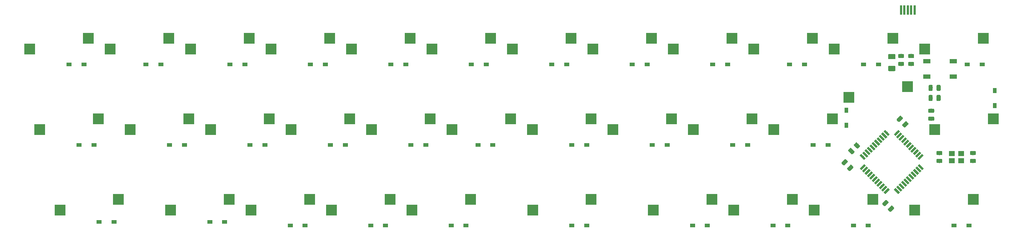
<source format=gbp>
G04 #@! TF.GenerationSoftware,KiCad,Pcbnew,5.1.4+dfsg1-1*
G04 #@! TF.CreationDate,2020-03-31T10:31:59+02:00*
G04 #@! TF.ProjectId,alpha34,616c7068-6133-4342-9e6b-696361645f70,rev?*
G04 #@! TF.SameCoordinates,Original*
G04 #@! TF.FileFunction,Paste,Bot*
G04 #@! TF.FilePolarity,Positive*
%FSLAX46Y46*%
G04 Gerber Fmt 4.6, Leading zero omitted, Abs format (unit mm)*
G04 Created by KiCad (PCBNEW 5.1.4+dfsg1-1) date 2020-03-31 10:31:59*
%MOMM*%
%LPD*%
G04 APERTURE LIST*
%ADD10R,0.500000X2.250000*%
%ADD11R,2.550000X2.500000*%
%ADD12R,1.300000X0.950000*%
%ADD13R,0.950000X1.300000*%
%ADD14R,1.800000X1.100000*%
%ADD15R,1.400000X1.200000*%
%ADD16C,0.550000*%
%ADD17C,0.100000*%
%ADD18C,0.975000*%
%ADD19C,1.250000*%
G04 APERTURE END LIST*
D10*
X245281250Y-74477000D03*
X244481250Y-74477000D03*
X243681250Y-74477000D03*
X242881250Y-74477000D03*
X242081250Y-74477000D03*
D11*
X130591250Y-100171250D03*
X116741250Y-102711250D03*
X259178750Y-119221250D03*
X245328750Y-121761250D03*
X168723000Y-119253000D03*
X154873000Y-121793000D03*
X56772500Y-119221250D03*
X42922500Y-121761250D03*
X52010000Y-100171250D03*
X38160000Y-102711250D03*
X261560000Y-81121250D03*
X247710000Y-83661250D03*
X235366250Y-119221250D03*
X221516250Y-121761250D03*
D12*
X186718750Y-106362500D03*
X183168750Y-106362500D03*
X162906250Y-87312500D03*
X159356250Y-87312500D03*
D11*
X216316250Y-119221250D03*
X202466250Y-121761250D03*
X197266250Y-119221250D03*
X183416250Y-121761250D03*
X140116250Y-119221250D03*
X126266250Y-121761250D03*
X121066250Y-119221250D03*
X107216250Y-121761250D03*
X102016250Y-119221250D03*
X88166250Y-121761250D03*
X82966250Y-119221250D03*
X69116250Y-121761250D03*
X263941250Y-100171250D03*
X250091250Y-102711250D03*
X229771250Y-95091250D03*
X243621250Y-92551250D03*
X225841250Y-100171250D03*
X211991250Y-102711250D03*
X206791250Y-100171250D03*
X192941250Y-102711250D03*
X187741250Y-100171250D03*
X173891250Y-102711250D03*
X168691250Y-100171250D03*
X154841250Y-102711250D03*
X149641250Y-100171250D03*
X135791250Y-102711250D03*
X111541250Y-100171250D03*
X97691250Y-102711250D03*
X92491250Y-100171250D03*
X78641250Y-102711250D03*
X73441250Y-100171250D03*
X59591250Y-102711250D03*
X240128750Y-81121250D03*
X226278750Y-83661250D03*
X221078750Y-81121250D03*
X207228750Y-83661250D03*
X202028750Y-81121250D03*
X188178750Y-83661250D03*
X182978750Y-81121250D03*
X169128750Y-83661250D03*
X163928750Y-81121250D03*
X150078750Y-83661250D03*
X144878750Y-81121250D03*
X131028750Y-83661250D03*
X125828750Y-81121250D03*
X111978750Y-83661250D03*
X106778750Y-81121250D03*
X92928750Y-83661250D03*
X87728750Y-81121250D03*
X73878750Y-83661250D03*
X68678750Y-81121250D03*
X54828750Y-83661250D03*
X49628750Y-81121250D03*
X35778750Y-83661250D03*
D12*
X258156250Y-125412500D03*
X254606250Y-125412500D03*
X234343750Y-125412500D03*
X230793750Y-125412500D03*
X215293750Y-125412500D03*
X211743750Y-125412500D03*
X196243750Y-125412500D03*
X192693750Y-125412500D03*
X167668750Y-125412500D03*
X164118750Y-125412500D03*
X139093750Y-125412500D03*
X135543750Y-125412500D03*
X120043750Y-125412500D03*
X116493750Y-125412500D03*
X100993750Y-125412500D03*
X97443750Y-125412500D03*
X81943750Y-124618750D03*
X78393750Y-124618750D03*
X55750000Y-124618750D03*
X52200000Y-124618750D03*
D13*
X264318750Y-93475000D03*
X264318750Y-97025000D03*
X229108000Y-101724000D03*
X229108000Y-98174000D03*
D12*
X224818750Y-106362500D03*
X221268750Y-106362500D03*
X205768750Y-106362500D03*
X202218750Y-106362500D03*
X167668750Y-106362500D03*
X164118750Y-106362500D03*
X145443750Y-106362500D03*
X141893750Y-106362500D03*
X129568750Y-106362500D03*
X126018750Y-106362500D03*
X110518750Y-106362500D03*
X106968750Y-106362500D03*
X91468750Y-106362500D03*
X87918750Y-106362500D03*
X72418750Y-106362500D03*
X68868750Y-106362500D03*
X50987500Y-106362500D03*
X47437500Y-106362500D03*
X261331250Y-87312500D03*
X257781250Y-87312500D03*
X236725000Y-87312500D03*
X233175000Y-87312500D03*
X219262500Y-87312500D03*
X215712500Y-87312500D03*
X201006250Y-87312500D03*
X197456250Y-87312500D03*
X181956250Y-87312500D03*
X178406250Y-87312500D03*
X143856250Y-87312500D03*
X140306250Y-87312500D03*
X124806250Y-87312500D03*
X121256250Y-87312500D03*
X105756250Y-87312500D03*
X102206250Y-87312500D03*
X86706250Y-87312500D03*
X83156250Y-87312500D03*
X66862500Y-87312500D03*
X63312500Y-87312500D03*
X48606250Y-87312500D03*
X45056250Y-87312500D03*
D14*
X248233000Y-86542000D03*
X254433000Y-90242000D03*
X248233000Y-90242000D03*
X254433000Y-86542000D03*
D15*
X256324986Y-108369312D03*
X254124986Y-108369312D03*
X254124986Y-110069312D03*
X256324986Y-110069312D03*
D16*
X238681733Y-103534073D03*
D17*
G36*
X239406517Y-103869949D02*
G01*
X239017609Y-104258857D01*
X237956949Y-103198197D01*
X238345857Y-102809289D01*
X239406517Y-103869949D01*
X239406517Y-103869949D01*
G37*
D16*
X238116048Y-104099759D03*
D17*
G36*
X238840832Y-104435635D02*
G01*
X238451924Y-104824543D01*
X237391264Y-103763883D01*
X237780172Y-103374975D01*
X238840832Y-104435635D01*
X238840832Y-104435635D01*
G37*
D16*
X237550363Y-104665444D03*
D17*
G36*
X238275147Y-105001320D02*
G01*
X237886239Y-105390228D01*
X236825579Y-104329568D01*
X237214487Y-103940660D01*
X238275147Y-105001320D01*
X238275147Y-105001320D01*
G37*
D16*
X236984677Y-105231129D03*
D17*
G36*
X237709461Y-105567005D02*
G01*
X237320553Y-105955913D01*
X236259893Y-104895253D01*
X236648801Y-104506345D01*
X237709461Y-105567005D01*
X237709461Y-105567005D01*
G37*
D16*
X236418992Y-105796815D03*
D17*
G36*
X237143776Y-106132691D02*
G01*
X236754868Y-106521599D01*
X235694208Y-105460939D01*
X236083116Y-105072031D01*
X237143776Y-106132691D01*
X237143776Y-106132691D01*
G37*
D16*
X235853306Y-106362500D03*
D17*
G36*
X236578090Y-106698376D02*
G01*
X236189182Y-107087284D01*
X235128522Y-106026624D01*
X235517430Y-105637716D01*
X236578090Y-106698376D01*
X236578090Y-106698376D01*
G37*
D16*
X235287621Y-106928186D03*
D17*
G36*
X236012405Y-107264062D02*
G01*
X235623497Y-107652970D01*
X234562837Y-106592310D01*
X234951745Y-106203402D01*
X236012405Y-107264062D01*
X236012405Y-107264062D01*
G37*
D16*
X234721935Y-107493871D03*
D17*
G36*
X235446719Y-107829747D02*
G01*
X235057811Y-108218655D01*
X233997151Y-107157995D01*
X234386059Y-106769087D01*
X235446719Y-107829747D01*
X235446719Y-107829747D01*
G37*
D16*
X234156250Y-108059557D03*
D17*
G36*
X234881034Y-108395433D02*
G01*
X234492126Y-108784341D01*
X233431466Y-107723681D01*
X233820374Y-107334773D01*
X234881034Y-108395433D01*
X234881034Y-108395433D01*
G37*
D16*
X233590565Y-108625242D03*
D17*
G36*
X234315349Y-108961118D02*
G01*
X233926441Y-109350026D01*
X232865781Y-108289366D01*
X233254689Y-107900458D01*
X234315349Y-108961118D01*
X234315349Y-108961118D01*
G37*
D16*
X233024879Y-109190927D03*
D17*
G36*
X233749663Y-109526803D02*
G01*
X233360755Y-109915711D01*
X232300095Y-108855051D01*
X232689003Y-108466143D01*
X233749663Y-109526803D01*
X233749663Y-109526803D01*
G37*
D16*
X233024879Y-111595091D03*
D17*
G36*
X233360755Y-110870307D02*
G01*
X233749663Y-111259215D01*
X232689003Y-112319875D01*
X232300095Y-111930967D01*
X233360755Y-110870307D01*
X233360755Y-110870307D01*
G37*
D16*
X233590565Y-112160776D03*
D17*
G36*
X233926441Y-111435992D02*
G01*
X234315349Y-111824900D01*
X233254689Y-112885560D01*
X232865781Y-112496652D01*
X233926441Y-111435992D01*
X233926441Y-111435992D01*
G37*
D16*
X234156250Y-112726461D03*
D17*
G36*
X234492126Y-112001677D02*
G01*
X234881034Y-112390585D01*
X233820374Y-113451245D01*
X233431466Y-113062337D01*
X234492126Y-112001677D01*
X234492126Y-112001677D01*
G37*
D16*
X234721935Y-113292147D03*
D17*
G36*
X235057811Y-112567363D02*
G01*
X235446719Y-112956271D01*
X234386059Y-114016931D01*
X233997151Y-113628023D01*
X235057811Y-112567363D01*
X235057811Y-112567363D01*
G37*
D16*
X235287621Y-113857832D03*
D17*
G36*
X235623497Y-113133048D02*
G01*
X236012405Y-113521956D01*
X234951745Y-114582616D01*
X234562837Y-114193708D01*
X235623497Y-113133048D01*
X235623497Y-113133048D01*
G37*
D16*
X235853306Y-114423518D03*
D17*
G36*
X236189182Y-113698734D02*
G01*
X236578090Y-114087642D01*
X235517430Y-115148302D01*
X235128522Y-114759394D01*
X236189182Y-113698734D01*
X236189182Y-113698734D01*
G37*
D16*
X236418992Y-114989203D03*
D17*
G36*
X236754868Y-114264419D02*
G01*
X237143776Y-114653327D01*
X236083116Y-115713987D01*
X235694208Y-115325079D01*
X236754868Y-114264419D01*
X236754868Y-114264419D01*
G37*
D16*
X236984677Y-115554889D03*
D17*
G36*
X237320553Y-114830105D02*
G01*
X237709461Y-115219013D01*
X236648801Y-116279673D01*
X236259893Y-115890765D01*
X237320553Y-114830105D01*
X237320553Y-114830105D01*
G37*
D16*
X237550363Y-116120574D03*
D17*
G36*
X237886239Y-115395790D02*
G01*
X238275147Y-115784698D01*
X237214487Y-116845358D01*
X236825579Y-116456450D01*
X237886239Y-115395790D01*
X237886239Y-115395790D01*
G37*
D16*
X238116048Y-116686259D03*
D17*
G36*
X238451924Y-115961475D02*
G01*
X238840832Y-116350383D01*
X237780172Y-117411043D01*
X237391264Y-117022135D01*
X238451924Y-115961475D01*
X238451924Y-115961475D01*
G37*
D16*
X238681733Y-117251945D03*
D17*
G36*
X239017609Y-116527161D02*
G01*
X239406517Y-116916069D01*
X238345857Y-117976729D01*
X237956949Y-117587821D01*
X239017609Y-116527161D01*
X239017609Y-116527161D01*
G37*
D16*
X241085897Y-117251945D03*
D17*
G36*
X241810681Y-117587821D02*
G01*
X241421773Y-117976729D01*
X240361113Y-116916069D01*
X240750021Y-116527161D01*
X241810681Y-117587821D01*
X241810681Y-117587821D01*
G37*
D16*
X241651582Y-116686259D03*
D17*
G36*
X242376366Y-117022135D02*
G01*
X241987458Y-117411043D01*
X240926798Y-116350383D01*
X241315706Y-115961475D01*
X242376366Y-117022135D01*
X242376366Y-117022135D01*
G37*
D16*
X242217267Y-116120574D03*
D17*
G36*
X242942051Y-116456450D02*
G01*
X242553143Y-116845358D01*
X241492483Y-115784698D01*
X241881391Y-115395790D01*
X242942051Y-116456450D01*
X242942051Y-116456450D01*
G37*
D16*
X242782953Y-115554889D03*
D17*
G36*
X243507737Y-115890765D02*
G01*
X243118829Y-116279673D01*
X242058169Y-115219013D01*
X242447077Y-114830105D01*
X243507737Y-115890765D01*
X243507737Y-115890765D01*
G37*
D16*
X243348638Y-114989203D03*
D17*
G36*
X244073422Y-115325079D02*
G01*
X243684514Y-115713987D01*
X242623854Y-114653327D01*
X243012762Y-114264419D01*
X244073422Y-115325079D01*
X244073422Y-115325079D01*
G37*
D16*
X243914324Y-114423518D03*
D17*
G36*
X244639108Y-114759394D02*
G01*
X244250200Y-115148302D01*
X243189540Y-114087642D01*
X243578448Y-113698734D01*
X244639108Y-114759394D01*
X244639108Y-114759394D01*
G37*
D16*
X244480009Y-113857832D03*
D17*
G36*
X245204793Y-114193708D02*
G01*
X244815885Y-114582616D01*
X243755225Y-113521956D01*
X244144133Y-113133048D01*
X245204793Y-114193708D01*
X245204793Y-114193708D01*
G37*
D16*
X245045695Y-113292147D03*
D17*
G36*
X245770479Y-113628023D02*
G01*
X245381571Y-114016931D01*
X244320911Y-112956271D01*
X244709819Y-112567363D01*
X245770479Y-113628023D01*
X245770479Y-113628023D01*
G37*
D16*
X245611380Y-112726461D03*
D17*
G36*
X246336164Y-113062337D02*
G01*
X245947256Y-113451245D01*
X244886596Y-112390585D01*
X245275504Y-112001677D01*
X246336164Y-113062337D01*
X246336164Y-113062337D01*
G37*
D16*
X246177065Y-112160776D03*
D17*
G36*
X246901849Y-112496652D02*
G01*
X246512941Y-112885560D01*
X245452281Y-111824900D01*
X245841189Y-111435992D01*
X246901849Y-112496652D01*
X246901849Y-112496652D01*
G37*
D16*
X246742751Y-111595091D03*
D17*
G36*
X247467535Y-111930967D02*
G01*
X247078627Y-112319875D01*
X246017967Y-111259215D01*
X246406875Y-110870307D01*
X247467535Y-111930967D01*
X247467535Y-111930967D01*
G37*
D16*
X246742751Y-109190927D03*
D17*
G36*
X247078627Y-108466143D02*
G01*
X247467535Y-108855051D01*
X246406875Y-109915711D01*
X246017967Y-109526803D01*
X247078627Y-108466143D01*
X247078627Y-108466143D01*
G37*
D16*
X246177065Y-108625242D03*
D17*
G36*
X246512941Y-107900458D02*
G01*
X246901849Y-108289366D01*
X245841189Y-109350026D01*
X245452281Y-108961118D01*
X246512941Y-107900458D01*
X246512941Y-107900458D01*
G37*
D16*
X245611380Y-108059557D03*
D17*
G36*
X245947256Y-107334773D02*
G01*
X246336164Y-107723681D01*
X245275504Y-108784341D01*
X244886596Y-108395433D01*
X245947256Y-107334773D01*
X245947256Y-107334773D01*
G37*
D16*
X245045695Y-107493871D03*
D17*
G36*
X245381571Y-106769087D02*
G01*
X245770479Y-107157995D01*
X244709819Y-108218655D01*
X244320911Y-107829747D01*
X245381571Y-106769087D01*
X245381571Y-106769087D01*
G37*
D16*
X244480009Y-106928186D03*
D17*
G36*
X244815885Y-106203402D02*
G01*
X245204793Y-106592310D01*
X244144133Y-107652970D01*
X243755225Y-107264062D01*
X244815885Y-106203402D01*
X244815885Y-106203402D01*
G37*
D16*
X243914324Y-106362500D03*
D17*
G36*
X244250200Y-105637716D02*
G01*
X244639108Y-106026624D01*
X243578448Y-107087284D01*
X243189540Y-106698376D01*
X244250200Y-105637716D01*
X244250200Y-105637716D01*
G37*
D16*
X243348638Y-105796815D03*
D17*
G36*
X243684514Y-105072031D02*
G01*
X244073422Y-105460939D01*
X243012762Y-106521599D01*
X242623854Y-106132691D01*
X243684514Y-105072031D01*
X243684514Y-105072031D01*
G37*
D16*
X242782953Y-105231129D03*
D17*
G36*
X243118829Y-104506345D02*
G01*
X243507737Y-104895253D01*
X242447077Y-105955913D01*
X242058169Y-105567005D01*
X243118829Y-104506345D01*
X243118829Y-104506345D01*
G37*
D16*
X242217267Y-104665444D03*
D17*
G36*
X242553143Y-103940660D02*
G01*
X242942051Y-104329568D01*
X241881391Y-105390228D01*
X241492483Y-105001320D01*
X242553143Y-103940660D01*
X242553143Y-103940660D01*
G37*
D16*
X241651582Y-104099759D03*
D17*
G36*
X241987458Y-103374975D02*
G01*
X242376366Y-103763883D01*
X241315706Y-104824543D01*
X240926798Y-104435635D01*
X241987458Y-103374975D01*
X241987458Y-103374975D01*
G37*
D16*
X241085897Y-103534073D03*
D17*
G36*
X241421773Y-102809289D02*
G01*
X241810681Y-103198197D01*
X240750021Y-104258857D01*
X240361113Y-103869949D01*
X241421773Y-102809289D01*
X241421773Y-102809289D01*
G37*
G36*
X230230815Y-111050362D02*
G01*
X230254476Y-111053872D01*
X230277680Y-111059684D01*
X230300202Y-111067742D01*
X230321826Y-111077970D01*
X230342343Y-111090267D01*
X230361556Y-111104517D01*
X230379280Y-111120581D01*
X230723995Y-111465296D01*
X230740059Y-111483020D01*
X230754309Y-111502233D01*
X230766606Y-111522750D01*
X230776834Y-111544374D01*
X230784892Y-111566896D01*
X230790704Y-111590100D01*
X230794214Y-111613761D01*
X230795388Y-111637653D01*
X230794214Y-111661545D01*
X230790704Y-111685206D01*
X230784892Y-111708410D01*
X230776834Y-111730932D01*
X230766606Y-111752556D01*
X230754309Y-111773073D01*
X230740059Y-111792286D01*
X230723995Y-111810010D01*
X230078760Y-112455245D01*
X230061036Y-112471309D01*
X230041823Y-112485559D01*
X230021306Y-112497856D01*
X229999682Y-112508084D01*
X229977160Y-112516142D01*
X229953956Y-112521954D01*
X229930295Y-112525464D01*
X229906403Y-112526638D01*
X229882511Y-112525464D01*
X229858850Y-112521954D01*
X229835646Y-112516142D01*
X229813124Y-112508084D01*
X229791500Y-112497856D01*
X229770983Y-112485559D01*
X229751770Y-112471309D01*
X229734046Y-112455245D01*
X229389331Y-112110530D01*
X229373267Y-112092806D01*
X229359017Y-112073593D01*
X229346720Y-112053076D01*
X229336492Y-112031452D01*
X229328434Y-112008930D01*
X229322622Y-111985726D01*
X229319112Y-111962065D01*
X229317938Y-111938173D01*
X229319112Y-111914281D01*
X229322622Y-111890620D01*
X229328434Y-111867416D01*
X229336492Y-111844894D01*
X229346720Y-111823270D01*
X229359017Y-111802753D01*
X229373267Y-111783540D01*
X229389331Y-111765816D01*
X230034566Y-111120581D01*
X230052290Y-111104517D01*
X230071503Y-111090267D01*
X230092020Y-111077970D01*
X230113644Y-111067742D01*
X230136166Y-111059684D01*
X230159370Y-111053872D01*
X230183031Y-111050362D01*
X230206923Y-111049188D01*
X230230815Y-111050362D01*
X230230815Y-111050362D01*
G37*
D18*
X230056663Y-111787913D03*
D17*
G36*
X228904989Y-109724536D02*
G01*
X228928650Y-109728046D01*
X228951854Y-109733858D01*
X228974376Y-109741916D01*
X228996000Y-109752144D01*
X229016517Y-109764441D01*
X229035730Y-109778691D01*
X229053454Y-109794755D01*
X229398169Y-110139470D01*
X229414233Y-110157194D01*
X229428483Y-110176407D01*
X229440780Y-110196924D01*
X229451008Y-110218548D01*
X229459066Y-110241070D01*
X229464878Y-110264274D01*
X229468388Y-110287935D01*
X229469562Y-110311827D01*
X229468388Y-110335719D01*
X229464878Y-110359380D01*
X229459066Y-110382584D01*
X229451008Y-110405106D01*
X229440780Y-110426730D01*
X229428483Y-110447247D01*
X229414233Y-110466460D01*
X229398169Y-110484184D01*
X228752934Y-111129419D01*
X228735210Y-111145483D01*
X228715997Y-111159733D01*
X228695480Y-111172030D01*
X228673856Y-111182258D01*
X228651334Y-111190316D01*
X228628130Y-111196128D01*
X228604469Y-111199638D01*
X228580577Y-111200812D01*
X228556685Y-111199638D01*
X228533024Y-111196128D01*
X228509820Y-111190316D01*
X228487298Y-111182258D01*
X228465674Y-111172030D01*
X228445157Y-111159733D01*
X228425944Y-111145483D01*
X228408220Y-111129419D01*
X228063505Y-110784704D01*
X228047441Y-110766980D01*
X228033191Y-110747767D01*
X228020894Y-110727250D01*
X228010666Y-110705626D01*
X228002608Y-110683104D01*
X227996796Y-110659900D01*
X227993286Y-110636239D01*
X227992112Y-110612347D01*
X227993286Y-110588455D01*
X227996796Y-110564794D01*
X228002608Y-110541590D01*
X228010666Y-110519068D01*
X228020894Y-110497444D01*
X228033191Y-110476927D01*
X228047441Y-110457714D01*
X228063505Y-110439990D01*
X228708740Y-109794755D01*
X228726464Y-109778691D01*
X228745677Y-109764441D01*
X228766194Y-109752144D01*
X228787818Y-109741916D01*
X228810340Y-109733858D01*
X228833544Y-109728046D01*
X228857205Y-109724536D01*
X228881097Y-109723362D01*
X228904989Y-109724536D01*
X228904989Y-109724536D01*
G37*
D18*
X228730837Y-110462087D03*
D17*
G36*
X242573892Y-84840924D02*
G01*
X242597553Y-84844434D01*
X242620757Y-84850246D01*
X242643279Y-84858304D01*
X242664903Y-84868532D01*
X242685420Y-84880829D01*
X242704633Y-84895079D01*
X242722357Y-84911143D01*
X242738421Y-84928867D01*
X242752671Y-84948080D01*
X242764968Y-84968597D01*
X242775196Y-84990221D01*
X242783254Y-85012743D01*
X242789066Y-85035947D01*
X242792576Y-85059608D01*
X242793750Y-85083500D01*
X242793750Y-85571000D01*
X242792576Y-85594892D01*
X242789066Y-85618553D01*
X242783254Y-85641757D01*
X242775196Y-85664279D01*
X242764968Y-85685903D01*
X242752671Y-85706420D01*
X242738421Y-85725633D01*
X242722357Y-85743357D01*
X242704633Y-85759421D01*
X242685420Y-85773671D01*
X242664903Y-85785968D01*
X242643279Y-85796196D01*
X242620757Y-85804254D01*
X242597553Y-85810066D01*
X242573892Y-85813576D01*
X242550000Y-85814750D01*
X241637500Y-85814750D01*
X241613608Y-85813576D01*
X241589947Y-85810066D01*
X241566743Y-85804254D01*
X241544221Y-85796196D01*
X241522597Y-85785968D01*
X241502080Y-85773671D01*
X241482867Y-85759421D01*
X241465143Y-85743357D01*
X241449079Y-85725633D01*
X241434829Y-85706420D01*
X241422532Y-85685903D01*
X241412304Y-85664279D01*
X241404246Y-85641757D01*
X241398434Y-85618553D01*
X241394924Y-85594892D01*
X241393750Y-85571000D01*
X241393750Y-85083500D01*
X241394924Y-85059608D01*
X241398434Y-85035947D01*
X241404246Y-85012743D01*
X241412304Y-84990221D01*
X241422532Y-84968597D01*
X241434829Y-84948080D01*
X241449079Y-84928867D01*
X241465143Y-84911143D01*
X241482867Y-84895079D01*
X241502080Y-84880829D01*
X241522597Y-84868532D01*
X241544221Y-84858304D01*
X241566743Y-84850246D01*
X241589947Y-84844434D01*
X241613608Y-84840924D01*
X241637500Y-84839750D01*
X242550000Y-84839750D01*
X242573892Y-84840924D01*
X242573892Y-84840924D01*
G37*
D18*
X242093750Y-85327250D03*
D17*
G36*
X242573892Y-86715924D02*
G01*
X242597553Y-86719434D01*
X242620757Y-86725246D01*
X242643279Y-86733304D01*
X242664903Y-86743532D01*
X242685420Y-86755829D01*
X242704633Y-86770079D01*
X242722357Y-86786143D01*
X242738421Y-86803867D01*
X242752671Y-86823080D01*
X242764968Y-86843597D01*
X242775196Y-86865221D01*
X242783254Y-86887743D01*
X242789066Y-86910947D01*
X242792576Y-86934608D01*
X242793750Y-86958500D01*
X242793750Y-87446000D01*
X242792576Y-87469892D01*
X242789066Y-87493553D01*
X242783254Y-87516757D01*
X242775196Y-87539279D01*
X242764968Y-87560903D01*
X242752671Y-87581420D01*
X242738421Y-87600633D01*
X242722357Y-87618357D01*
X242704633Y-87634421D01*
X242685420Y-87648671D01*
X242664903Y-87660968D01*
X242643279Y-87671196D01*
X242620757Y-87679254D01*
X242597553Y-87685066D01*
X242573892Y-87688576D01*
X242550000Y-87689750D01*
X241637500Y-87689750D01*
X241613608Y-87688576D01*
X241589947Y-87685066D01*
X241566743Y-87679254D01*
X241544221Y-87671196D01*
X241522597Y-87660968D01*
X241502080Y-87648671D01*
X241482867Y-87634421D01*
X241465143Y-87618357D01*
X241449079Y-87600633D01*
X241434829Y-87581420D01*
X241422532Y-87560903D01*
X241412304Y-87539279D01*
X241404246Y-87516757D01*
X241398434Y-87493553D01*
X241394924Y-87469892D01*
X241393750Y-87446000D01*
X241393750Y-86958500D01*
X241394924Y-86934608D01*
X241398434Y-86910947D01*
X241404246Y-86887743D01*
X241412304Y-86865221D01*
X241422532Y-86843597D01*
X241434829Y-86823080D01*
X241449079Y-86803867D01*
X241465143Y-86786143D01*
X241482867Y-86770079D01*
X241502080Y-86755829D01*
X241522597Y-86743532D01*
X241544221Y-86733304D01*
X241566743Y-86725246D01*
X241589947Y-86719434D01*
X241613608Y-86715924D01*
X241637500Y-86714750D01*
X242550000Y-86714750D01*
X242573892Y-86715924D01*
X242573892Y-86715924D01*
G37*
D18*
X242093750Y-87202250D03*
D17*
G36*
X244955142Y-84840924D02*
G01*
X244978803Y-84844434D01*
X245002007Y-84850246D01*
X245024529Y-84858304D01*
X245046153Y-84868532D01*
X245066670Y-84880829D01*
X245085883Y-84895079D01*
X245103607Y-84911143D01*
X245119671Y-84928867D01*
X245133921Y-84948080D01*
X245146218Y-84968597D01*
X245156446Y-84990221D01*
X245164504Y-85012743D01*
X245170316Y-85035947D01*
X245173826Y-85059608D01*
X245175000Y-85083500D01*
X245175000Y-85571000D01*
X245173826Y-85594892D01*
X245170316Y-85618553D01*
X245164504Y-85641757D01*
X245156446Y-85664279D01*
X245146218Y-85685903D01*
X245133921Y-85706420D01*
X245119671Y-85725633D01*
X245103607Y-85743357D01*
X245085883Y-85759421D01*
X245066670Y-85773671D01*
X245046153Y-85785968D01*
X245024529Y-85796196D01*
X245002007Y-85804254D01*
X244978803Y-85810066D01*
X244955142Y-85813576D01*
X244931250Y-85814750D01*
X244018750Y-85814750D01*
X243994858Y-85813576D01*
X243971197Y-85810066D01*
X243947993Y-85804254D01*
X243925471Y-85796196D01*
X243903847Y-85785968D01*
X243883330Y-85773671D01*
X243864117Y-85759421D01*
X243846393Y-85743357D01*
X243830329Y-85725633D01*
X243816079Y-85706420D01*
X243803782Y-85685903D01*
X243793554Y-85664279D01*
X243785496Y-85641757D01*
X243779684Y-85618553D01*
X243776174Y-85594892D01*
X243775000Y-85571000D01*
X243775000Y-85083500D01*
X243776174Y-85059608D01*
X243779684Y-85035947D01*
X243785496Y-85012743D01*
X243793554Y-84990221D01*
X243803782Y-84968597D01*
X243816079Y-84948080D01*
X243830329Y-84928867D01*
X243846393Y-84911143D01*
X243864117Y-84895079D01*
X243883330Y-84880829D01*
X243903847Y-84868532D01*
X243925471Y-84858304D01*
X243947993Y-84850246D01*
X243971197Y-84844434D01*
X243994858Y-84840924D01*
X244018750Y-84839750D01*
X244931250Y-84839750D01*
X244955142Y-84840924D01*
X244955142Y-84840924D01*
G37*
D18*
X244475000Y-85327250D03*
D17*
G36*
X244955142Y-86715924D02*
G01*
X244978803Y-86719434D01*
X245002007Y-86725246D01*
X245024529Y-86733304D01*
X245046153Y-86743532D01*
X245066670Y-86755829D01*
X245085883Y-86770079D01*
X245103607Y-86786143D01*
X245119671Y-86803867D01*
X245133921Y-86823080D01*
X245146218Y-86843597D01*
X245156446Y-86865221D01*
X245164504Y-86887743D01*
X245170316Y-86910947D01*
X245173826Y-86934608D01*
X245175000Y-86958500D01*
X245175000Y-87446000D01*
X245173826Y-87469892D01*
X245170316Y-87493553D01*
X245164504Y-87516757D01*
X245156446Y-87539279D01*
X245146218Y-87560903D01*
X245133921Y-87581420D01*
X245119671Y-87600633D01*
X245103607Y-87618357D01*
X245085883Y-87634421D01*
X245066670Y-87648671D01*
X245046153Y-87660968D01*
X245024529Y-87671196D01*
X245002007Y-87679254D01*
X244978803Y-87685066D01*
X244955142Y-87688576D01*
X244931250Y-87689750D01*
X244018750Y-87689750D01*
X243994858Y-87688576D01*
X243971197Y-87685066D01*
X243947993Y-87679254D01*
X243925471Y-87671196D01*
X243903847Y-87660968D01*
X243883330Y-87648671D01*
X243864117Y-87634421D01*
X243846393Y-87618357D01*
X243830329Y-87600633D01*
X243816079Y-87581420D01*
X243803782Y-87560903D01*
X243793554Y-87539279D01*
X243785496Y-87516757D01*
X243779684Y-87493553D01*
X243776174Y-87469892D01*
X243775000Y-87446000D01*
X243775000Y-86958500D01*
X243776174Y-86934608D01*
X243779684Y-86910947D01*
X243785496Y-86887743D01*
X243793554Y-86865221D01*
X243803782Y-86843597D01*
X243816079Y-86823080D01*
X243830329Y-86803867D01*
X243846393Y-86786143D01*
X243864117Y-86770079D01*
X243883330Y-86755829D01*
X243903847Y-86743532D01*
X243925471Y-86733304D01*
X243947993Y-86725246D01*
X243971197Y-86719434D01*
X243994858Y-86715924D01*
X244018750Y-86714750D01*
X244931250Y-86714750D01*
X244955142Y-86715924D01*
X244955142Y-86715924D01*
G37*
D18*
X244475000Y-87202250D03*
D17*
G36*
X251236392Y-92169924D02*
G01*
X251260053Y-92173434D01*
X251283257Y-92179246D01*
X251305779Y-92187304D01*
X251327403Y-92197532D01*
X251347920Y-92209829D01*
X251367133Y-92224079D01*
X251384857Y-92240143D01*
X251400921Y-92257867D01*
X251415171Y-92277080D01*
X251427468Y-92297597D01*
X251437696Y-92319221D01*
X251445754Y-92341743D01*
X251451566Y-92364947D01*
X251455076Y-92388608D01*
X251456250Y-92412500D01*
X251456250Y-93325000D01*
X251455076Y-93348892D01*
X251451566Y-93372553D01*
X251445754Y-93395757D01*
X251437696Y-93418279D01*
X251427468Y-93439903D01*
X251415171Y-93460420D01*
X251400921Y-93479633D01*
X251384857Y-93497357D01*
X251367133Y-93513421D01*
X251347920Y-93527671D01*
X251327403Y-93539968D01*
X251305779Y-93550196D01*
X251283257Y-93558254D01*
X251260053Y-93564066D01*
X251236392Y-93567576D01*
X251212500Y-93568750D01*
X250725000Y-93568750D01*
X250701108Y-93567576D01*
X250677447Y-93564066D01*
X250654243Y-93558254D01*
X250631721Y-93550196D01*
X250610097Y-93539968D01*
X250589580Y-93527671D01*
X250570367Y-93513421D01*
X250552643Y-93497357D01*
X250536579Y-93479633D01*
X250522329Y-93460420D01*
X250510032Y-93439903D01*
X250499804Y-93418279D01*
X250491746Y-93395757D01*
X250485934Y-93372553D01*
X250482424Y-93348892D01*
X250481250Y-93325000D01*
X250481250Y-92412500D01*
X250482424Y-92388608D01*
X250485934Y-92364947D01*
X250491746Y-92341743D01*
X250499804Y-92319221D01*
X250510032Y-92297597D01*
X250522329Y-92277080D01*
X250536579Y-92257867D01*
X250552643Y-92240143D01*
X250570367Y-92224079D01*
X250589580Y-92209829D01*
X250610097Y-92197532D01*
X250631721Y-92187304D01*
X250654243Y-92179246D01*
X250677447Y-92173434D01*
X250701108Y-92169924D01*
X250725000Y-92168750D01*
X251212500Y-92168750D01*
X251236392Y-92169924D01*
X251236392Y-92169924D01*
G37*
D18*
X250968750Y-92868750D03*
D17*
G36*
X249361392Y-92169924D02*
G01*
X249385053Y-92173434D01*
X249408257Y-92179246D01*
X249430779Y-92187304D01*
X249452403Y-92197532D01*
X249472920Y-92209829D01*
X249492133Y-92224079D01*
X249509857Y-92240143D01*
X249525921Y-92257867D01*
X249540171Y-92277080D01*
X249552468Y-92297597D01*
X249562696Y-92319221D01*
X249570754Y-92341743D01*
X249576566Y-92364947D01*
X249580076Y-92388608D01*
X249581250Y-92412500D01*
X249581250Y-93325000D01*
X249580076Y-93348892D01*
X249576566Y-93372553D01*
X249570754Y-93395757D01*
X249562696Y-93418279D01*
X249552468Y-93439903D01*
X249540171Y-93460420D01*
X249525921Y-93479633D01*
X249509857Y-93497357D01*
X249492133Y-93513421D01*
X249472920Y-93527671D01*
X249452403Y-93539968D01*
X249430779Y-93550196D01*
X249408257Y-93558254D01*
X249385053Y-93564066D01*
X249361392Y-93567576D01*
X249337500Y-93568750D01*
X248850000Y-93568750D01*
X248826108Y-93567576D01*
X248802447Y-93564066D01*
X248779243Y-93558254D01*
X248756721Y-93550196D01*
X248735097Y-93539968D01*
X248714580Y-93527671D01*
X248695367Y-93513421D01*
X248677643Y-93497357D01*
X248661579Y-93479633D01*
X248647329Y-93460420D01*
X248635032Y-93439903D01*
X248624804Y-93418279D01*
X248616746Y-93395757D01*
X248610934Y-93372553D01*
X248607424Y-93348892D01*
X248606250Y-93325000D01*
X248606250Y-92412500D01*
X248607424Y-92388608D01*
X248610934Y-92364947D01*
X248616746Y-92341743D01*
X248624804Y-92319221D01*
X248635032Y-92297597D01*
X248647329Y-92277080D01*
X248661579Y-92257867D01*
X248677643Y-92240143D01*
X248695367Y-92224079D01*
X248714580Y-92209829D01*
X248735097Y-92197532D01*
X248756721Y-92187304D01*
X248779243Y-92179246D01*
X248802447Y-92173434D01*
X248826108Y-92169924D01*
X248850000Y-92168750D01*
X249337500Y-92168750D01*
X249361392Y-92169924D01*
X249361392Y-92169924D01*
G37*
D18*
X249093750Y-92868750D03*
D17*
G36*
X240552504Y-84844204D02*
G01*
X240576773Y-84847804D01*
X240600571Y-84853765D01*
X240623671Y-84862030D01*
X240645849Y-84872520D01*
X240666893Y-84885133D01*
X240686598Y-84899747D01*
X240704777Y-84916223D01*
X240721253Y-84934402D01*
X240735867Y-84954107D01*
X240748480Y-84975151D01*
X240758970Y-84997329D01*
X240767235Y-85020429D01*
X240773196Y-85044227D01*
X240776796Y-85068496D01*
X240778000Y-85093000D01*
X240778000Y-85843000D01*
X240776796Y-85867504D01*
X240773196Y-85891773D01*
X240767235Y-85915571D01*
X240758970Y-85938671D01*
X240748480Y-85960849D01*
X240735867Y-85981893D01*
X240721253Y-86001598D01*
X240704777Y-86019777D01*
X240686598Y-86036253D01*
X240666893Y-86050867D01*
X240645849Y-86063480D01*
X240623671Y-86073970D01*
X240600571Y-86082235D01*
X240576773Y-86088196D01*
X240552504Y-86091796D01*
X240528000Y-86093000D01*
X239278000Y-86093000D01*
X239253496Y-86091796D01*
X239229227Y-86088196D01*
X239205429Y-86082235D01*
X239182329Y-86073970D01*
X239160151Y-86063480D01*
X239139107Y-86050867D01*
X239119402Y-86036253D01*
X239101223Y-86019777D01*
X239084747Y-86001598D01*
X239070133Y-85981893D01*
X239057520Y-85960849D01*
X239047030Y-85938671D01*
X239038765Y-85915571D01*
X239032804Y-85891773D01*
X239029204Y-85867504D01*
X239028000Y-85843000D01*
X239028000Y-85093000D01*
X239029204Y-85068496D01*
X239032804Y-85044227D01*
X239038765Y-85020429D01*
X239047030Y-84997329D01*
X239057520Y-84975151D01*
X239070133Y-84954107D01*
X239084747Y-84934402D01*
X239101223Y-84916223D01*
X239119402Y-84899747D01*
X239139107Y-84885133D01*
X239160151Y-84872520D01*
X239182329Y-84862030D01*
X239205429Y-84853765D01*
X239229227Y-84847804D01*
X239253496Y-84844204D01*
X239278000Y-84843000D01*
X240528000Y-84843000D01*
X240552504Y-84844204D01*
X240552504Y-84844204D01*
G37*
D19*
X239903000Y-85468000D03*
D17*
G36*
X240552504Y-87644204D02*
G01*
X240576773Y-87647804D01*
X240600571Y-87653765D01*
X240623671Y-87662030D01*
X240645849Y-87672520D01*
X240666893Y-87685133D01*
X240686598Y-87699747D01*
X240704777Y-87716223D01*
X240721253Y-87734402D01*
X240735867Y-87754107D01*
X240748480Y-87775151D01*
X240758970Y-87797329D01*
X240767235Y-87820429D01*
X240773196Y-87844227D01*
X240776796Y-87868496D01*
X240778000Y-87893000D01*
X240778000Y-88643000D01*
X240776796Y-88667504D01*
X240773196Y-88691773D01*
X240767235Y-88715571D01*
X240758970Y-88738671D01*
X240748480Y-88760849D01*
X240735867Y-88781893D01*
X240721253Y-88801598D01*
X240704777Y-88819777D01*
X240686598Y-88836253D01*
X240666893Y-88850867D01*
X240645849Y-88863480D01*
X240623671Y-88873970D01*
X240600571Y-88882235D01*
X240576773Y-88888196D01*
X240552504Y-88891796D01*
X240528000Y-88893000D01*
X239278000Y-88893000D01*
X239253496Y-88891796D01*
X239229227Y-88888196D01*
X239205429Y-88882235D01*
X239182329Y-88873970D01*
X239160151Y-88863480D01*
X239139107Y-88850867D01*
X239119402Y-88836253D01*
X239101223Y-88819777D01*
X239084747Y-88801598D01*
X239070133Y-88781893D01*
X239057520Y-88760849D01*
X239047030Y-88738671D01*
X239038765Y-88715571D01*
X239032804Y-88691773D01*
X239029204Y-88667504D01*
X239028000Y-88643000D01*
X239028000Y-87893000D01*
X239029204Y-87868496D01*
X239032804Y-87844227D01*
X239038765Y-87820429D01*
X239047030Y-87797329D01*
X239057520Y-87775151D01*
X239070133Y-87754107D01*
X239084747Y-87734402D01*
X239101223Y-87716223D01*
X239119402Y-87699747D01*
X239139107Y-87685133D01*
X239160151Y-87672520D01*
X239182329Y-87662030D01*
X239205429Y-87653765D01*
X239229227Y-87647804D01*
X239253496Y-87644204D01*
X239278000Y-87643000D01*
X240528000Y-87643000D01*
X240552504Y-87644204D01*
X240552504Y-87644204D01*
G37*
D19*
X239903000Y-88268000D03*
D17*
G36*
X241954239Y-99437536D02*
G01*
X241977900Y-99441046D01*
X242001104Y-99446858D01*
X242023626Y-99454916D01*
X242045250Y-99465144D01*
X242065767Y-99477441D01*
X242084980Y-99491691D01*
X242102704Y-99507755D01*
X242447419Y-99852470D01*
X242463483Y-99870194D01*
X242477733Y-99889407D01*
X242490030Y-99909924D01*
X242500258Y-99931548D01*
X242508316Y-99954070D01*
X242514128Y-99977274D01*
X242517638Y-100000935D01*
X242518812Y-100024827D01*
X242517638Y-100048719D01*
X242514128Y-100072380D01*
X242508316Y-100095584D01*
X242500258Y-100118106D01*
X242490030Y-100139730D01*
X242477733Y-100160247D01*
X242463483Y-100179460D01*
X242447419Y-100197184D01*
X241802184Y-100842419D01*
X241784460Y-100858483D01*
X241765247Y-100872733D01*
X241744730Y-100885030D01*
X241723106Y-100895258D01*
X241700584Y-100903316D01*
X241677380Y-100909128D01*
X241653719Y-100912638D01*
X241629827Y-100913812D01*
X241605935Y-100912638D01*
X241582274Y-100909128D01*
X241559070Y-100903316D01*
X241536548Y-100895258D01*
X241514924Y-100885030D01*
X241494407Y-100872733D01*
X241475194Y-100858483D01*
X241457470Y-100842419D01*
X241112755Y-100497704D01*
X241096691Y-100479980D01*
X241082441Y-100460767D01*
X241070144Y-100440250D01*
X241059916Y-100418626D01*
X241051858Y-100396104D01*
X241046046Y-100372900D01*
X241042536Y-100349239D01*
X241041362Y-100325347D01*
X241042536Y-100301455D01*
X241046046Y-100277794D01*
X241051858Y-100254590D01*
X241059916Y-100232068D01*
X241070144Y-100210444D01*
X241082441Y-100189927D01*
X241096691Y-100170714D01*
X241112755Y-100152990D01*
X241757990Y-99507755D01*
X241775714Y-99491691D01*
X241794927Y-99477441D01*
X241815444Y-99465144D01*
X241837068Y-99454916D01*
X241859590Y-99446858D01*
X241882794Y-99441046D01*
X241906455Y-99437536D01*
X241930347Y-99436362D01*
X241954239Y-99437536D01*
X241954239Y-99437536D01*
G37*
D18*
X241780087Y-100175087D03*
D17*
G36*
X243280065Y-100763362D02*
G01*
X243303726Y-100766872D01*
X243326930Y-100772684D01*
X243349452Y-100780742D01*
X243371076Y-100790970D01*
X243391593Y-100803267D01*
X243410806Y-100817517D01*
X243428530Y-100833581D01*
X243773245Y-101178296D01*
X243789309Y-101196020D01*
X243803559Y-101215233D01*
X243815856Y-101235750D01*
X243826084Y-101257374D01*
X243834142Y-101279896D01*
X243839954Y-101303100D01*
X243843464Y-101326761D01*
X243844638Y-101350653D01*
X243843464Y-101374545D01*
X243839954Y-101398206D01*
X243834142Y-101421410D01*
X243826084Y-101443932D01*
X243815856Y-101465556D01*
X243803559Y-101486073D01*
X243789309Y-101505286D01*
X243773245Y-101523010D01*
X243128010Y-102168245D01*
X243110286Y-102184309D01*
X243091073Y-102198559D01*
X243070556Y-102210856D01*
X243048932Y-102221084D01*
X243026410Y-102229142D01*
X243003206Y-102234954D01*
X242979545Y-102238464D01*
X242955653Y-102239638D01*
X242931761Y-102238464D01*
X242908100Y-102234954D01*
X242884896Y-102229142D01*
X242862374Y-102221084D01*
X242840750Y-102210856D01*
X242820233Y-102198559D01*
X242801020Y-102184309D01*
X242783296Y-102168245D01*
X242438581Y-101823530D01*
X242422517Y-101805806D01*
X242408267Y-101786593D01*
X242395970Y-101766076D01*
X242385742Y-101744452D01*
X242377684Y-101721930D01*
X242371872Y-101698726D01*
X242368362Y-101675065D01*
X242367188Y-101651173D01*
X242368362Y-101627281D01*
X242371872Y-101603620D01*
X242377684Y-101580416D01*
X242385742Y-101557894D01*
X242395970Y-101536270D01*
X242408267Y-101515753D01*
X242422517Y-101496540D01*
X242438581Y-101478816D01*
X243083816Y-100833581D01*
X243101540Y-100817517D01*
X243120753Y-100803267D01*
X243141270Y-100790970D01*
X243162894Y-100780742D01*
X243185416Y-100772684D01*
X243208620Y-100766872D01*
X243232281Y-100763362D01*
X243256173Y-100762188D01*
X243280065Y-100763362D01*
X243280065Y-100763362D01*
G37*
D18*
X243105913Y-101500913D03*
D17*
G36*
X251236392Y-94551174D02*
G01*
X251260053Y-94554684D01*
X251283257Y-94560496D01*
X251305779Y-94568554D01*
X251327403Y-94578782D01*
X251347920Y-94591079D01*
X251367133Y-94605329D01*
X251384857Y-94621393D01*
X251400921Y-94639117D01*
X251415171Y-94658330D01*
X251427468Y-94678847D01*
X251437696Y-94700471D01*
X251445754Y-94722993D01*
X251451566Y-94746197D01*
X251455076Y-94769858D01*
X251456250Y-94793750D01*
X251456250Y-95706250D01*
X251455076Y-95730142D01*
X251451566Y-95753803D01*
X251445754Y-95777007D01*
X251437696Y-95799529D01*
X251427468Y-95821153D01*
X251415171Y-95841670D01*
X251400921Y-95860883D01*
X251384857Y-95878607D01*
X251367133Y-95894671D01*
X251347920Y-95908921D01*
X251327403Y-95921218D01*
X251305779Y-95931446D01*
X251283257Y-95939504D01*
X251260053Y-95945316D01*
X251236392Y-95948826D01*
X251212500Y-95950000D01*
X250725000Y-95950000D01*
X250701108Y-95948826D01*
X250677447Y-95945316D01*
X250654243Y-95939504D01*
X250631721Y-95931446D01*
X250610097Y-95921218D01*
X250589580Y-95908921D01*
X250570367Y-95894671D01*
X250552643Y-95878607D01*
X250536579Y-95860883D01*
X250522329Y-95841670D01*
X250510032Y-95821153D01*
X250499804Y-95799529D01*
X250491746Y-95777007D01*
X250485934Y-95753803D01*
X250482424Y-95730142D01*
X250481250Y-95706250D01*
X250481250Y-94793750D01*
X250482424Y-94769858D01*
X250485934Y-94746197D01*
X250491746Y-94722993D01*
X250499804Y-94700471D01*
X250510032Y-94678847D01*
X250522329Y-94658330D01*
X250536579Y-94639117D01*
X250552643Y-94621393D01*
X250570367Y-94605329D01*
X250589580Y-94591079D01*
X250610097Y-94578782D01*
X250631721Y-94568554D01*
X250654243Y-94560496D01*
X250677447Y-94554684D01*
X250701108Y-94551174D01*
X250725000Y-94550000D01*
X251212500Y-94550000D01*
X251236392Y-94551174D01*
X251236392Y-94551174D01*
G37*
D18*
X250968750Y-95250000D03*
D17*
G36*
X249361392Y-94551174D02*
G01*
X249385053Y-94554684D01*
X249408257Y-94560496D01*
X249430779Y-94568554D01*
X249452403Y-94578782D01*
X249472920Y-94591079D01*
X249492133Y-94605329D01*
X249509857Y-94621393D01*
X249525921Y-94639117D01*
X249540171Y-94658330D01*
X249552468Y-94678847D01*
X249562696Y-94700471D01*
X249570754Y-94722993D01*
X249576566Y-94746197D01*
X249580076Y-94769858D01*
X249581250Y-94793750D01*
X249581250Y-95706250D01*
X249580076Y-95730142D01*
X249576566Y-95753803D01*
X249570754Y-95777007D01*
X249562696Y-95799529D01*
X249552468Y-95821153D01*
X249540171Y-95841670D01*
X249525921Y-95860883D01*
X249509857Y-95878607D01*
X249492133Y-95894671D01*
X249472920Y-95908921D01*
X249452403Y-95921218D01*
X249430779Y-95931446D01*
X249408257Y-95939504D01*
X249385053Y-95945316D01*
X249361392Y-95948826D01*
X249337500Y-95950000D01*
X248850000Y-95950000D01*
X248826108Y-95948826D01*
X248802447Y-95945316D01*
X248779243Y-95939504D01*
X248756721Y-95931446D01*
X248735097Y-95921218D01*
X248714580Y-95908921D01*
X248695367Y-95894671D01*
X248677643Y-95878607D01*
X248661579Y-95860883D01*
X248647329Y-95841670D01*
X248635032Y-95821153D01*
X248624804Y-95799529D01*
X248616746Y-95777007D01*
X248610934Y-95753803D01*
X248607424Y-95730142D01*
X248606250Y-95706250D01*
X248606250Y-94793750D01*
X248607424Y-94769858D01*
X248610934Y-94746197D01*
X248616746Y-94722993D01*
X248624804Y-94700471D01*
X248635032Y-94678847D01*
X248647329Y-94658330D01*
X248661579Y-94639117D01*
X248677643Y-94621393D01*
X248695367Y-94605329D01*
X248714580Y-94591079D01*
X248735097Y-94578782D01*
X248756721Y-94568554D01*
X248779243Y-94560496D01*
X248802447Y-94554684D01*
X248826108Y-94551174D01*
X248850000Y-94550000D01*
X249337500Y-94550000D01*
X249361392Y-94551174D01*
X249361392Y-94551174D01*
G37*
D18*
X249093750Y-95250000D03*
D17*
G36*
X231517795Y-105755786D02*
G01*
X231541456Y-105759296D01*
X231564660Y-105765108D01*
X231587182Y-105773166D01*
X231608806Y-105783394D01*
X231629323Y-105795691D01*
X231648536Y-105809941D01*
X231666260Y-105826005D01*
X232311495Y-106471240D01*
X232327559Y-106488964D01*
X232341809Y-106508177D01*
X232354106Y-106528694D01*
X232364334Y-106550318D01*
X232372392Y-106572840D01*
X232378204Y-106596044D01*
X232381714Y-106619705D01*
X232382888Y-106643597D01*
X232381714Y-106667489D01*
X232378204Y-106691150D01*
X232372392Y-106714354D01*
X232364334Y-106736876D01*
X232354106Y-106758500D01*
X232341809Y-106779017D01*
X232327559Y-106798230D01*
X232311495Y-106815954D01*
X231966780Y-107160669D01*
X231949056Y-107176733D01*
X231929843Y-107190983D01*
X231909326Y-107203280D01*
X231887702Y-107213508D01*
X231865180Y-107221566D01*
X231841976Y-107227378D01*
X231818315Y-107230888D01*
X231794423Y-107232062D01*
X231770531Y-107230888D01*
X231746870Y-107227378D01*
X231723666Y-107221566D01*
X231701144Y-107213508D01*
X231679520Y-107203280D01*
X231659003Y-107190983D01*
X231639790Y-107176733D01*
X231622066Y-107160669D01*
X230976831Y-106515434D01*
X230960767Y-106497710D01*
X230946517Y-106478497D01*
X230934220Y-106457980D01*
X230923992Y-106436356D01*
X230915934Y-106413834D01*
X230910122Y-106390630D01*
X230906612Y-106366969D01*
X230905438Y-106343077D01*
X230906612Y-106319185D01*
X230910122Y-106295524D01*
X230915934Y-106272320D01*
X230923992Y-106249798D01*
X230934220Y-106228174D01*
X230946517Y-106207657D01*
X230960767Y-106188444D01*
X230976831Y-106170720D01*
X231321546Y-105826005D01*
X231339270Y-105809941D01*
X231358483Y-105795691D01*
X231379000Y-105783394D01*
X231400624Y-105773166D01*
X231423146Y-105765108D01*
X231446350Y-105759296D01*
X231470011Y-105755786D01*
X231493903Y-105754612D01*
X231517795Y-105755786D01*
X231517795Y-105755786D01*
G37*
D18*
X231644163Y-106493337D03*
D17*
G36*
X230191969Y-107081612D02*
G01*
X230215630Y-107085122D01*
X230238834Y-107090934D01*
X230261356Y-107098992D01*
X230282980Y-107109220D01*
X230303497Y-107121517D01*
X230322710Y-107135767D01*
X230340434Y-107151831D01*
X230985669Y-107797066D01*
X231001733Y-107814790D01*
X231015983Y-107834003D01*
X231028280Y-107854520D01*
X231038508Y-107876144D01*
X231046566Y-107898666D01*
X231052378Y-107921870D01*
X231055888Y-107945531D01*
X231057062Y-107969423D01*
X231055888Y-107993315D01*
X231052378Y-108016976D01*
X231046566Y-108040180D01*
X231038508Y-108062702D01*
X231028280Y-108084326D01*
X231015983Y-108104843D01*
X231001733Y-108124056D01*
X230985669Y-108141780D01*
X230640954Y-108486495D01*
X230623230Y-108502559D01*
X230604017Y-108516809D01*
X230583500Y-108529106D01*
X230561876Y-108539334D01*
X230539354Y-108547392D01*
X230516150Y-108553204D01*
X230492489Y-108556714D01*
X230468597Y-108557888D01*
X230444705Y-108556714D01*
X230421044Y-108553204D01*
X230397840Y-108547392D01*
X230375318Y-108539334D01*
X230353694Y-108529106D01*
X230333177Y-108516809D01*
X230313964Y-108502559D01*
X230296240Y-108486495D01*
X229651005Y-107841260D01*
X229634941Y-107823536D01*
X229620691Y-107804323D01*
X229608394Y-107783806D01*
X229598166Y-107762182D01*
X229590108Y-107739660D01*
X229584296Y-107716456D01*
X229580786Y-107692795D01*
X229579612Y-107668903D01*
X229580786Y-107645011D01*
X229584296Y-107621350D01*
X229590108Y-107598146D01*
X229598166Y-107575624D01*
X229608394Y-107554000D01*
X229620691Y-107533483D01*
X229634941Y-107514270D01*
X229651005Y-107496546D01*
X229995720Y-107151831D01*
X230013444Y-107135767D01*
X230032657Y-107121517D01*
X230053174Y-107109220D01*
X230074798Y-107098992D01*
X230097320Y-107090934D01*
X230120524Y-107085122D01*
X230144185Y-107081612D01*
X230168077Y-107080438D01*
X230191969Y-107081612D01*
X230191969Y-107081612D01*
G37*
D18*
X230318337Y-107819163D03*
D17*
G36*
X239886652Y-120706199D02*
G01*
X239910313Y-120709709D01*
X239933517Y-120715521D01*
X239956039Y-120723579D01*
X239977663Y-120733807D01*
X239998180Y-120746104D01*
X240017393Y-120760354D01*
X240035117Y-120776418D01*
X240379832Y-121121133D01*
X240395896Y-121138857D01*
X240410146Y-121158070D01*
X240422443Y-121178587D01*
X240432671Y-121200211D01*
X240440729Y-121222733D01*
X240446541Y-121245937D01*
X240450051Y-121269598D01*
X240451225Y-121293490D01*
X240450051Y-121317382D01*
X240446541Y-121341043D01*
X240440729Y-121364247D01*
X240432671Y-121386769D01*
X240422443Y-121408393D01*
X240410146Y-121428910D01*
X240395896Y-121448123D01*
X240379832Y-121465847D01*
X239734597Y-122111082D01*
X239716873Y-122127146D01*
X239697660Y-122141396D01*
X239677143Y-122153693D01*
X239655519Y-122163921D01*
X239632997Y-122171979D01*
X239609793Y-122177791D01*
X239586132Y-122181301D01*
X239562240Y-122182475D01*
X239538348Y-122181301D01*
X239514687Y-122177791D01*
X239491483Y-122171979D01*
X239468961Y-122163921D01*
X239447337Y-122153693D01*
X239426820Y-122141396D01*
X239407607Y-122127146D01*
X239389883Y-122111082D01*
X239045168Y-121766367D01*
X239029104Y-121748643D01*
X239014854Y-121729430D01*
X239002557Y-121708913D01*
X238992329Y-121687289D01*
X238984271Y-121664767D01*
X238978459Y-121641563D01*
X238974949Y-121617902D01*
X238973775Y-121594010D01*
X238974949Y-121570118D01*
X238978459Y-121546457D01*
X238984271Y-121523253D01*
X238992329Y-121500731D01*
X239002557Y-121479107D01*
X239014854Y-121458590D01*
X239029104Y-121439377D01*
X239045168Y-121421653D01*
X239690403Y-120776418D01*
X239708127Y-120760354D01*
X239727340Y-120746104D01*
X239747857Y-120733807D01*
X239769481Y-120723579D01*
X239792003Y-120715521D01*
X239815207Y-120709709D01*
X239838868Y-120706199D01*
X239862760Y-120705025D01*
X239886652Y-120706199D01*
X239886652Y-120706199D01*
G37*
D18*
X239712500Y-121443750D03*
D17*
G36*
X238560826Y-119380373D02*
G01*
X238584487Y-119383883D01*
X238607691Y-119389695D01*
X238630213Y-119397753D01*
X238651837Y-119407981D01*
X238672354Y-119420278D01*
X238691567Y-119434528D01*
X238709291Y-119450592D01*
X239054006Y-119795307D01*
X239070070Y-119813031D01*
X239084320Y-119832244D01*
X239096617Y-119852761D01*
X239106845Y-119874385D01*
X239114903Y-119896907D01*
X239120715Y-119920111D01*
X239124225Y-119943772D01*
X239125399Y-119967664D01*
X239124225Y-119991556D01*
X239120715Y-120015217D01*
X239114903Y-120038421D01*
X239106845Y-120060943D01*
X239096617Y-120082567D01*
X239084320Y-120103084D01*
X239070070Y-120122297D01*
X239054006Y-120140021D01*
X238408771Y-120785256D01*
X238391047Y-120801320D01*
X238371834Y-120815570D01*
X238351317Y-120827867D01*
X238329693Y-120838095D01*
X238307171Y-120846153D01*
X238283967Y-120851965D01*
X238260306Y-120855475D01*
X238236414Y-120856649D01*
X238212522Y-120855475D01*
X238188861Y-120851965D01*
X238165657Y-120846153D01*
X238143135Y-120838095D01*
X238121511Y-120827867D01*
X238100994Y-120815570D01*
X238081781Y-120801320D01*
X238064057Y-120785256D01*
X237719342Y-120440541D01*
X237703278Y-120422817D01*
X237689028Y-120403604D01*
X237676731Y-120383087D01*
X237666503Y-120361463D01*
X237658445Y-120338941D01*
X237652633Y-120315737D01*
X237649123Y-120292076D01*
X237647949Y-120268184D01*
X237649123Y-120244292D01*
X237652633Y-120220631D01*
X237658445Y-120197427D01*
X237666503Y-120174905D01*
X237676731Y-120153281D01*
X237689028Y-120132764D01*
X237703278Y-120113551D01*
X237719342Y-120095827D01*
X238364577Y-119450592D01*
X238382301Y-119434528D01*
X238401514Y-119420278D01*
X238422031Y-119407981D01*
X238443655Y-119397753D01*
X238466177Y-119389695D01*
X238489381Y-119383883D01*
X238513042Y-119380373D01*
X238536934Y-119379199D01*
X238560826Y-119380373D01*
X238560826Y-119380373D01*
G37*
D18*
X238386674Y-120117924D03*
D17*
G36*
X249717642Y-97794924D02*
G01*
X249741303Y-97798434D01*
X249764507Y-97804246D01*
X249787029Y-97812304D01*
X249808653Y-97822532D01*
X249829170Y-97834829D01*
X249848383Y-97849079D01*
X249866107Y-97865143D01*
X249882171Y-97882867D01*
X249896421Y-97902080D01*
X249908718Y-97922597D01*
X249918946Y-97944221D01*
X249927004Y-97966743D01*
X249932816Y-97989947D01*
X249936326Y-98013608D01*
X249937500Y-98037500D01*
X249937500Y-98525000D01*
X249936326Y-98548892D01*
X249932816Y-98572553D01*
X249927004Y-98595757D01*
X249918946Y-98618279D01*
X249908718Y-98639903D01*
X249896421Y-98660420D01*
X249882171Y-98679633D01*
X249866107Y-98697357D01*
X249848383Y-98713421D01*
X249829170Y-98727671D01*
X249808653Y-98739968D01*
X249787029Y-98750196D01*
X249764507Y-98758254D01*
X249741303Y-98764066D01*
X249717642Y-98767576D01*
X249693750Y-98768750D01*
X248781250Y-98768750D01*
X248757358Y-98767576D01*
X248733697Y-98764066D01*
X248710493Y-98758254D01*
X248687971Y-98750196D01*
X248666347Y-98739968D01*
X248645830Y-98727671D01*
X248626617Y-98713421D01*
X248608893Y-98697357D01*
X248592829Y-98679633D01*
X248578579Y-98660420D01*
X248566282Y-98639903D01*
X248556054Y-98618279D01*
X248547996Y-98595757D01*
X248542184Y-98572553D01*
X248538674Y-98548892D01*
X248537500Y-98525000D01*
X248537500Y-98037500D01*
X248538674Y-98013608D01*
X248542184Y-97989947D01*
X248547996Y-97966743D01*
X248556054Y-97944221D01*
X248566282Y-97922597D01*
X248578579Y-97902080D01*
X248592829Y-97882867D01*
X248608893Y-97865143D01*
X248626617Y-97849079D01*
X248645830Y-97834829D01*
X248666347Y-97822532D01*
X248687971Y-97812304D01*
X248710493Y-97804246D01*
X248733697Y-97798434D01*
X248757358Y-97794924D01*
X248781250Y-97793750D01*
X249693750Y-97793750D01*
X249717642Y-97794924D01*
X249717642Y-97794924D01*
G37*
D18*
X249237500Y-98281250D03*
D17*
G36*
X249717642Y-99669924D02*
G01*
X249741303Y-99673434D01*
X249764507Y-99679246D01*
X249787029Y-99687304D01*
X249808653Y-99697532D01*
X249829170Y-99709829D01*
X249848383Y-99724079D01*
X249866107Y-99740143D01*
X249882171Y-99757867D01*
X249896421Y-99777080D01*
X249908718Y-99797597D01*
X249918946Y-99819221D01*
X249927004Y-99841743D01*
X249932816Y-99864947D01*
X249936326Y-99888608D01*
X249937500Y-99912500D01*
X249937500Y-100400000D01*
X249936326Y-100423892D01*
X249932816Y-100447553D01*
X249927004Y-100470757D01*
X249918946Y-100493279D01*
X249908718Y-100514903D01*
X249896421Y-100535420D01*
X249882171Y-100554633D01*
X249866107Y-100572357D01*
X249848383Y-100588421D01*
X249829170Y-100602671D01*
X249808653Y-100614968D01*
X249787029Y-100625196D01*
X249764507Y-100633254D01*
X249741303Y-100639066D01*
X249717642Y-100642576D01*
X249693750Y-100643750D01*
X248781250Y-100643750D01*
X248757358Y-100642576D01*
X248733697Y-100639066D01*
X248710493Y-100633254D01*
X248687971Y-100625196D01*
X248666347Y-100614968D01*
X248645830Y-100602671D01*
X248626617Y-100588421D01*
X248608893Y-100572357D01*
X248592829Y-100554633D01*
X248578579Y-100535420D01*
X248566282Y-100514903D01*
X248556054Y-100493279D01*
X248547996Y-100470757D01*
X248542184Y-100447553D01*
X248538674Y-100423892D01*
X248537500Y-100400000D01*
X248537500Y-99912500D01*
X248538674Y-99888608D01*
X248542184Y-99864947D01*
X248547996Y-99841743D01*
X248556054Y-99819221D01*
X248566282Y-99797597D01*
X248578579Y-99777080D01*
X248592829Y-99757867D01*
X248608893Y-99740143D01*
X248626617Y-99724079D01*
X248645830Y-99709829D01*
X248666347Y-99697532D01*
X248687971Y-99687304D01*
X248710493Y-99679246D01*
X248733697Y-99673434D01*
X248757358Y-99669924D01*
X248781250Y-99668750D01*
X249693750Y-99668750D01*
X249717642Y-99669924D01*
X249717642Y-99669924D01*
G37*
D18*
X249237500Y-100156250D03*
D17*
G36*
X251654392Y-109670486D02*
G01*
X251678053Y-109673996D01*
X251701257Y-109679808D01*
X251723779Y-109687866D01*
X251745403Y-109698094D01*
X251765920Y-109710391D01*
X251785133Y-109724641D01*
X251802857Y-109740705D01*
X251818921Y-109758429D01*
X251833171Y-109777642D01*
X251845468Y-109798159D01*
X251855696Y-109819783D01*
X251863754Y-109842305D01*
X251869566Y-109865509D01*
X251873076Y-109889170D01*
X251874250Y-109913062D01*
X251874250Y-110400562D01*
X251873076Y-110424454D01*
X251869566Y-110448115D01*
X251863754Y-110471319D01*
X251855696Y-110493841D01*
X251845468Y-110515465D01*
X251833171Y-110535982D01*
X251818921Y-110555195D01*
X251802857Y-110572919D01*
X251785133Y-110588983D01*
X251765920Y-110603233D01*
X251745403Y-110615530D01*
X251723779Y-110625758D01*
X251701257Y-110633816D01*
X251678053Y-110639628D01*
X251654392Y-110643138D01*
X251630500Y-110644312D01*
X250718000Y-110644312D01*
X250694108Y-110643138D01*
X250670447Y-110639628D01*
X250647243Y-110633816D01*
X250624721Y-110625758D01*
X250603097Y-110615530D01*
X250582580Y-110603233D01*
X250563367Y-110588983D01*
X250545643Y-110572919D01*
X250529579Y-110555195D01*
X250515329Y-110535982D01*
X250503032Y-110515465D01*
X250492804Y-110493841D01*
X250484746Y-110471319D01*
X250478934Y-110448115D01*
X250475424Y-110424454D01*
X250474250Y-110400562D01*
X250474250Y-109913062D01*
X250475424Y-109889170D01*
X250478934Y-109865509D01*
X250484746Y-109842305D01*
X250492804Y-109819783D01*
X250503032Y-109798159D01*
X250515329Y-109777642D01*
X250529579Y-109758429D01*
X250545643Y-109740705D01*
X250563367Y-109724641D01*
X250582580Y-109710391D01*
X250603097Y-109698094D01*
X250624721Y-109687866D01*
X250647243Y-109679808D01*
X250670447Y-109673996D01*
X250694108Y-109670486D01*
X250718000Y-109669312D01*
X251630500Y-109669312D01*
X251654392Y-109670486D01*
X251654392Y-109670486D01*
G37*
D18*
X251174250Y-110156812D03*
D17*
G36*
X251654392Y-107795486D02*
G01*
X251678053Y-107798996D01*
X251701257Y-107804808D01*
X251723779Y-107812866D01*
X251745403Y-107823094D01*
X251765920Y-107835391D01*
X251785133Y-107849641D01*
X251802857Y-107865705D01*
X251818921Y-107883429D01*
X251833171Y-107902642D01*
X251845468Y-107923159D01*
X251855696Y-107944783D01*
X251863754Y-107967305D01*
X251869566Y-107990509D01*
X251873076Y-108014170D01*
X251874250Y-108038062D01*
X251874250Y-108525562D01*
X251873076Y-108549454D01*
X251869566Y-108573115D01*
X251863754Y-108596319D01*
X251855696Y-108618841D01*
X251845468Y-108640465D01*
X251833171Y-108660982D01*
X251818921Y-108680195D01*
X251802857Y-108697919D01*
X251785133Y-108713983D01*
X251765920Y-108728233D01*
X251745403Y-108740530D01*
X251723779Y-108750758D01*
X251701257Y-108758816D01*
X251678053Y-108764628D01*
X251654392Y-108768138D01*
X251630500Y-108769312D01*
X250718000Y-108769312D01*
X250694108Y-108768138D01*
X250670447Y-108764628D01*
X250647243Y-108758816D01*
X250624721Y-108750758D01*
X250603097Y-108740530D01*
X250582580Y-108728233D01*
X250563367Y-108713983D01*
X250545643Y-108697919D01*
X250529579Y-108680195D01*
X250515329Y-108660982D01*
X250503032Y-108640465D01*
X250492804Y-108618841D01*
X250484746Y-108596319D01*
X250478934Y-108573115D01*
X250475424Y-108549454D01*
X250474250Y-108525562D01*
X250474250Y-108038062D01*
X250475424Y-108014170D01*
X250478934Y-107990509D01*
X250484746Y-107967305D01*
X250492804Y-107944783D01*
X250503032Y-107923159D01*
X250515329Y-107902642D01*
X250529579Y-107883429D01*
X250545643Y-107865705D01*
X250563367Y-107849641D01*
X250582580Y-107835391D01*
X250603097Y-107823094D01*
X250624721Y-107812866D01*
X250647243Y-107804808D01*
X250670447Y-107798996D01*
X250694108Y-107795486D01*
X250718000Y-107794312D01*
X251630500Y-107794312D01*
X251654392Y-107795486D01*
X251654392Y-107795486D01*
G37*
D18*
X251174250Y-108281812D03*
D17*
G36*
X259591892Y-107795486D02*
G01*
X259615553Y-107798996D01*
X259638757Y-107804808D01*
X259661279Y-107812866D01*
X259682903Y-107823094D01*
X259703420Y-107835391D01*
X259722633Y-107849641D01*
X259740357Y-107865705D01*
X259756421Y-107883429D01*
X259770671Y-107902642D01*
X259782968Y-107923159D01*
X259793196Y-107944783D01*
X259801254Y-107967305D01*
X259807066Y-107990509D01*
X259810576Y-108014170D01*
X259811750Y-108038062D01*
X259811750Y-108525562D01*
X259810576Y-108549454D01*
X259807066Y-108573115D01*
X259801254Y-108596319D01*
X259793196Y-108618841D01*
X259782968Y-108640465D01*
X259770671Y-108660982D01*
X259756421Y-108680195D01*
X259740357Y-108697919D01*
X259722633Y-108713983D01*
X259703420Y-108728233D01*
X259682903Y-108740530D01*
X259661279Y-108750758D01*
X259638757Y-108758816D01*
X259615553Y-108764628D01*
X259591892Y-108768138D01*
X259568000Y-108769312D01*
X258655500Y-108769312D01*
X258631608Y-108768138D01*
X258607947Y-108764628D01*
X258584743Y-108758816D01*
X258562221Y-108750758D01*
X258540597Y-108740530D01*
X258520080Y-108728233D01*
X258500867Y-108713983D01*
X258483143Y-108697919D01*
X258467079Y-108680195D01*
X258452829Y-108660982D01*
X258440532Y-108640465D01*
X258430304Y-108618841D01*
X258422246Y-108596319D01*
X258416434Y-108573115D01*
X258412924Y-108549454D01*
X258411750Y-108525562D01*
X258411750Y-108038062D01*
X258412924Y-108014170D01*
X258416434Y-107990509D01*
X258422246Y-107967305D01*
X258430304Y-107944783D01*
X258440532Y-107923159D01*
X258452829Y-107902642D01*
X258467079Y-107883429D01*
X258483143Y-107865705D01*
X258500867Y-107849641D01*
X258520080Y-107835391D01*
X258540597Y-107823094D01*
X258562221Y-107812866D01*
X258584743Y-107804808D01*
X258607947Y-107798996D01*
X258631608Y-107795486D01*
X258655500Y-107794312D01*
X259568000Y-107794312D01*
X259591892Y-107795486D01*
X259591892Y-107795486D01*
G37*
D18*
X259111750Y-108281812D03*
D17*
G36*
X259591892Y-109670486D02*
G01*
X259615553Y-109673996D01*
X259638757Y-109679808D01*
X259661279Y-109687866D01*
X259682903Y-109698094D01*
X259703420Y-109710391D01*
X259722633Y-109724641D01*
X259740357Y-109740705D01*
X259756421Y-109758429D01*
X259770671Y-109777642D01*
X259782968Y-109798159D01*
X259793196Y-109819783D01*
X259801254Y-109842305D01*
X259807066Y-109865509D01*
X259810576Y-109889170D01*
X259811750Y-109913062D01*
X259811750Y-110400562D01*
X259810576Y-110424454D01*
X259807066Y-110448115D01*
X259801254Y-110471319D01*
X259793196Y-110493841D01*
X259782968Y-110515465D01*
X259770671Y-110535982D01*
X259756421Y-110555195D01*
X259740357Y-110572919D01*
X259722633Y-110588983D01*
X259703420Y-110603233D01*
X259682903Y-110615530D01*
X259661279Y-110625758D01*
X259638757Y-110633816D01*
X259615553Y-110639628D01*
X259591892Y-110643138D01*
X259568000Y-110644312D01*
X258655500Y-110644312D01*
X258631608Y-110643138D01*
X258607947Y-110639628D01*
X258584743Y-110633816D01*
X258562221Y-110625758D01*
X258540597Y-110615530D01*
X258520080Y-110603233D01*
X258500867Y-110588983D01*
X258483143Y-110572919D01*
X258467079Y-110555195D01*
X258452829Y-110535982D01*
X258440532Y-110515465D01*
X258430304Y-110493841D01*
X258422246Y-110471319D01*
X258416434Y-110448115D01*
X258412924Y-110424454D01*
X258411750Y-110400562D01*
X258411750Y-109913062D01*
X258412924Y-109889170D01*
X258416434Y-109865509D01*
X258422246Y-109842305D01*
X258430304Y-109819783D01*
X258440532Y-109798159D01*
X258452829Y-109777642D01*
X258467079Y-109758429D01*
X258483143Y-109740705D01*
X258500867Y-109724641D01*
X258520080Y-109710391D01*
X258540597Y-109698094D01*
X258562221Y-109687866D01*
X258584743Y-109679808D01*
X258607947Y-109673996D01*
X258631608Y-109670486D01*
X258655500Y-109669312D01*
X259568000Y-109669312D01*
X259591892Y-109670486D01*
X259591892Y-109670486D01*
G37*
D18*
X259111750Y-110156812D03*
M02*

</source>
